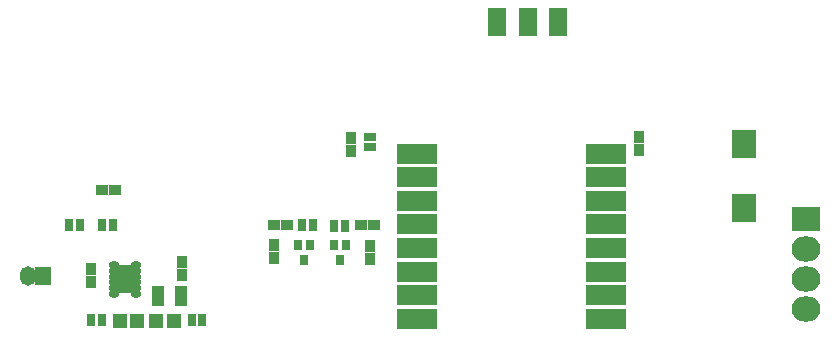
<source format=gbr>
G04 #@! TF.FileFunction,Soldermask,Top*
%FSLAX46Y46*%
G04 Gerber Fmt 4.6, Leading zero omitted, Abs format (unit mm)*
G04 Created by KiCad (PCBNEW 4.0.5+dfsg1-4~bpo8+1) date Mon Dec 18 16:44:26 2017*
%MOMM*%
%LPD*%
G01*
G04 APERTURE LIST*
%ADD10C,0.100000*%
%ADD11R,3.400000X1.700000*%
%ADD12R,0.800000X1.000000*%
%ADD13R,1.600000X2.400000*%
%ADD14R,1.500000X2.400000*%
%ADD15R,1.350000X1.650000*%
%ADD16O,1.350000X1.650000*%
%ADD17R,0.900000X1.000000*%
%ADD18R,1.000000X0.900000*%
%ADD19R,1.197560X1.197560*%
%ADD20R,1.100000X1.700000*%
%ADD21R,0.800000X0.910000*%
%ADD22R,1.000000X0.800000*%
%ADD23R,2.000000X2.400000*%
%ADD24R,2.432000X2.127200*%
%ADD25O,2.432000X2.127200*%
%ADD26O,0.900000X0.650000*%
%ADD27R,1.300000X2.400000*%
G04 APERTURE END LIST*
D10*
D11*
X171640000Y-112480000D03*
X171640000Y-114480000D03*
X171640000Y-116480000D03*
X171640000Y-118480000D03*
X171640000Y-120480000D03*
X171640000Y-122480000D03*
X171640000Y-124480000D03*
X171640000Y-126480000D03*
X155640000Y-126480000D03*
X155640000Y-124480000D03*
X155640000Y-122480000D03*
X155640000Y-120480000D03*
X155640000Y-118480000D03*
X155640000Y-116480000D03*
X155640000Y-114480000D03*
X155640000Y-112480000D03*
D12*
X149510000Y-118580000D03*
X148610000Y-118580000D03*
D13*
X162420000Y-101340000D03*
X167520000Y-101340000D03*
D14*
X164970000Y-101340000D03*
D15*
X123920000Y-122840000D03*
D16*
X122670000Y-122840000D03*
D17*
X128020000Y-123340000D03*
X128020000Y-122240000D03*
X135670000Y-122740000D03*
X135670000Y-121640000D03*
X174370000Y-111090000D03*
X174370000Y-112190000D03*
X150020000Y-111160000D03*
X150020000Y-112260000D03*
X151650000Y-121410000D03*
X151650000Y-120310000D03*
D18*
X150880000Y-118570000D03*
X151980000Y-118570000D03*
D17*
X143520000Y-121340000D03*
X143520000Y-120240000D03*
D18*
X144620000Y-118530000D03*
X143520000Y-118530000D03*
X128970000Y-115540000D03*
X130070000Y-115540000D03*
D19*
X135019300Y-126640000D03*
X133520700Y-126640000D03*
X130420700Y-126640000D03*
X131919300Y-126640000D03*
D20*
X133710000Y-124540000D03*
X135610000Y-124540000D03*
D21*
X149610000Y-120210000D03*
X148610000Y-120210000D03*
X149110000Y-121510000D03*
X146520000Y-120190000D03*
X145520000Y-120190000D03*
X146020000Y-121490000D03*
D12*
X126170000Y-118540000D03*
X127070000Y-118540000D03*
X128970000Y-118540000D03*
X129870000Y-118540000D03*
X137420000Y-126540000D03*
X136520000Y-126540000D03*
X128020000Y-126540000D03*
X128920000Y-126540000D03*
D22*
X151610000Y-111950000D03*
X151610000Y-111050000D03*
D12*
X146770000Y-118570000D03*
X145870000Y-118570000D03*
D23*
X183300000Y-111700000D03*
X183300000Y-117100000D03*
D24*
X188520000Y-118040000D03*
D25*
X188520000Y-120580000D03*
X188520000Y-123120000D03*
X188520000Y-125660000D03*
D26*
X131820000Y-124390000D03*
X131820000Y-123890000D03*
X131820000Y-123390000D03*
X131820000Y-122890000D03*
X131820000Y-122390000D03*
X131820000Y-121890000D03*
X129920000Y-121890000D03*
X129920000Y-122390000D03*
X129920000Y-122890000D03*
X129920000Y-123390000D03*
X129920000Y-123890000D03*
X129920000Y-124390000D03*
D27*
X130870000Y-123140000D03*
M02*

</source>
